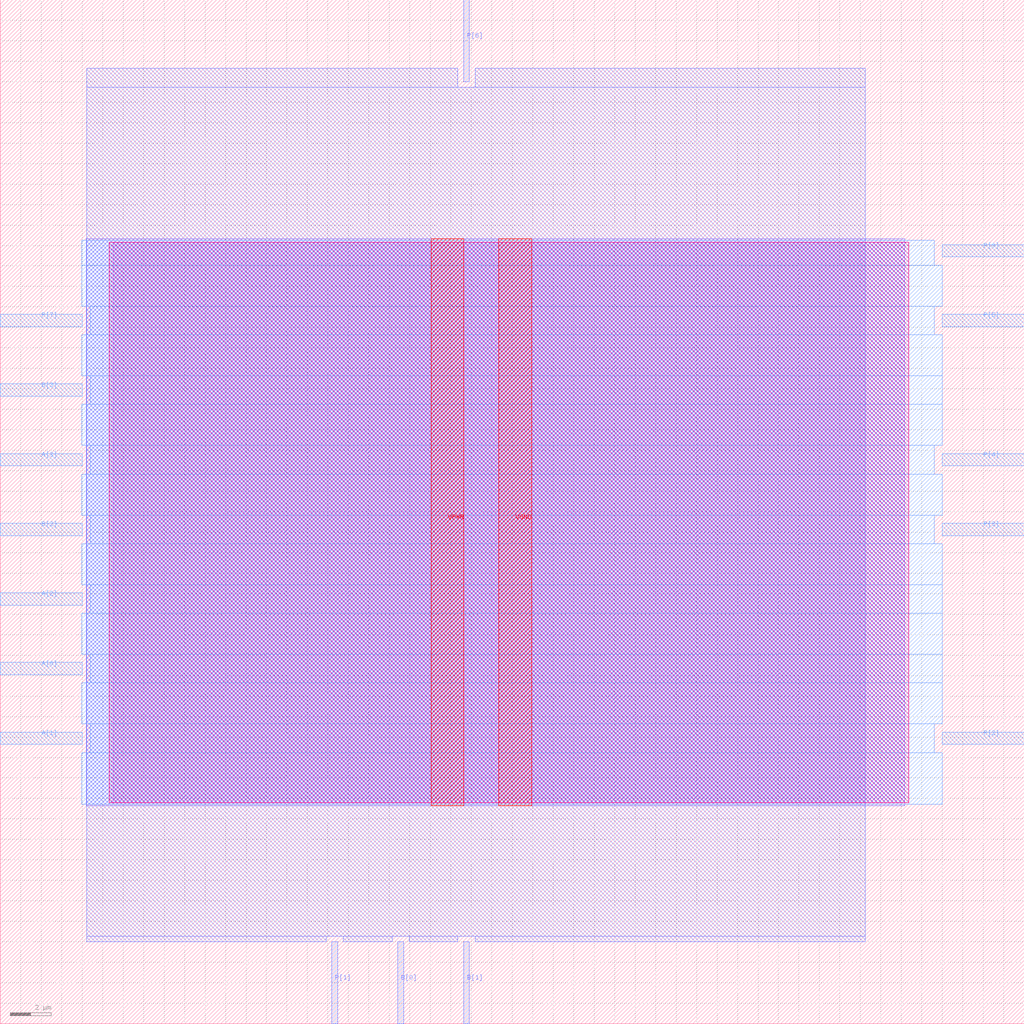
<source format=lef>
VERSION 5.7 ;
  NOWIREEXTENSIONATPIN ON ;
  DIVIDERCHAR "/" ;
  BUSBITCHARS "[]" ;
MACRO mult4_SarsaNStepsRuido_e9_SARSA_RUIDO_e9_SARSA_RUIDO_e9_SarsaNStepsRuido_e9
  CLASS BLOCK ;
  FOREIGN mult4_SarsaNStepsRuido_e9_SARSA_RUIDO_e9_SARSA_RUIDO_e9_SarsaNStepsRuido_e9 ;
  ORIGIN 0.000 0.000 ;
  SIZE 50.000 BY 50.000 ;
  PIN A[0]
    DIRECTION INPUT ;
    USE SIGNAL ;
    ANTENNAGATEAREA 0.126000 ;
    PORT
      LAYER met3 ;
        RECT 0.000 17.040 4.000 17.640 ;
    END
  END A[0]
  PIN A[1]
    DIRECTION INPUT ;
    USE SIGNAL ;
    ANTENNAGATEAREA 0.213000 ;
    PORT
      LAYER met3 ;
        RECT 0.000 13.640 4.000 14.240 ;
    END
  END A[1]
  PIN A[2]
    DIRECTION INPUT ;
    USE SIGNAL ;
    ANTENNAGATEAREA 0.213000 ;
    PORT
      LAYER met3 ;
        RECT 0.000 20.440 4.000 21.040 ;
    END
  END A[2]
  PIN A[3]
    DIRECTION INPUT ;
    USE SIGNAL ;
    ANTENNAGATEAREA 0.126000 ;
    PORT
      LAYER met3 ;
        RECT 0.000 27.240 4.000 27.840 ;
    END
  END A[3]
  PIN B[0]
    DIRECTION INPUT ;
    USE SIGNAL ;
    ANTENNAGATEAREA 0.213000 ;
    PORT
      LAYER met2 ;
        RECT 19.410 0.000 19.690 4.000 ;
    END
  END B[0]
  PIN B[1]
    DIRECTION INPUT ;
    USE SIGNAL ;
    ANTENNAGATEAREA 0.126000 ;
    PORT
      LAYER met2 ;
        RECT 22.630 0.000 22.910 4.000 ;
    END
  END B[1]
  PIN B[2]
    DIRECTION INPUT ;
    USE SIGNAL ;
    ANTENNAGATEAREA 0.126000 ;
    PORT
      LAYER met3 ;
        RECT 0.000 23.840 4.000 24.440 ;
    END
  END B[2]
  PIN B[3]
    DIRECTION INPUT ;
    USE SIGNAL ;
    ANTENNAGATEAREA 0.213000 ;
    PORT
      LAYER met3 ;
        RECT 0.000 30.640 4.000 31.240 ;
    END
  END B[3]
  PIN P[0]
    DIRECTION OUTPUT ;
    USE SIGNAL ;
    PORT
      LAYER met3 ;
        RECT 46.000 37.440 50.000 38.040 ;
    END
  END P[0]
  PIN P[1]
    DIRECTION OUTPUT ;
    USE SIGNAL ;
    ANTENNADIFFAREA 0.445500 ;
    PORT
      LAYER met2 ;
        RECT 16.190 0.000 16.470 4.000 ;
    END
  END P[1]
  PIN P[2]
    DIRECTION OUTPUT ;
    USE SIGNAL ;
    ANTENNADIFFAREA 0.445500 ;
    PORT
      LAYER met3 ;
        RECT 46.000 13.640 50.000 14.240 ;
    END
  END P[2]
  PIN P[3]
    DIRECTION OUTPUT ;
    USE SIGNAL ;
    ANTENNADIFFAREA 0.445500 ;
    PORT
      LAYER met3 ;
        RECT 46.000 23.840 50.000 24.440 ;
    END
  END P[3]
  PIN P[4]
    DIRECTION OUTPUT ;
    USE SIGNAL ;
    ANTENNADIFFAREA 0.445500 ;
    PORT
      LAYER met3 ;
        RECT 46.000 27.240 50.000 27.840 ;
    END
  END P[4]
  PIN P[5]
    DIRECTION OUTPUT ;
    USE SIGNAL ;
    ANTENNADIFFAREA 0.445500 ;
    PORT
      LAYER met3 ;
        RECT 46.000 34.040 50.000 34.640 ;
    END
  END P[5]
  PIN P[6]
    DIRECTION OUTPUT ;
    USE SIGNAL ;
    ANTENNADIFFAREA 0.445500 ;
    PORT
      LAYER met2 ;
        RECT 22.630 46.000 22.910 50.000 ;
    END
  END P[6]
  PIN P[7]
    DIRECTION OUTPUT ;
    USE SIGNAL ;
    ANTENNADIFFAREA 0.445500 ;
    PORT
      LAYER met3 ;
        RECT 0.000 34.040 4.000 34.640 ;
    END
  END P[7]
  PIN VGND
    DIRECTION INOUT ;
    USE GROUND ;
    PORT
      LAYER met4 ;
        RECT 24.340 10.640 25.940 38.320 ;
    END
  END VGND
  PIN VPWR
    DIRECTION INOUT ;
    USE POWER ;
    PORT
      LAYER met4 ;
        RECT 21.040 10.640 22.640 38.320 ;
    END
  END VPWR
  OBS
      LAYER nwell ;
        RECT 5.330 10.795 44.350 38.165 ;
      LAYER li1 ;
        RECT 5.520 10.795 44.160 38.165 ;
      LAYER met1 ;
        RECT 4.210 10.640 44.160 38.320 ;
      LAYER met2 ;
        RECT 4.230 45.720 22.350 46.650 ;
        RECT 23.190 45.720 42.230 46.650 ;
        RECT 4.230 4.280 42.230 45.720 ;
        RECT 4.230 4.000 15.910 4.280 ;
        RECT 16.750 4.000 19.130 4.280 ;
        RECT 19.970 4.000 22.350 4.280 ;
        RECT 23.190 4.000 42.230 4.280 ;
      LAYER met3 ;
        RECT 3.990 37.040 45.600 38.245 ;
        RECT 3.990 35.040 46.000 37.040 ;
        RECT 4.400 33.640 45.600 35.040 ;
        RECT 3.990 31.640 46.000 33.640 ;
        RECT 4.400 30.240 46.000 31.640 ;
        RECT 3.990 28.240 46.000 30.240 ;
        RECT 4.400 26.840 45.600 28.240 ;
        RECT 3.990 24.840 46.000 26.840 ;
        RECT 4.400 23.440 45.600 24.840 ;
        RECT 3.990 21.440 46.000 23.440 ;
        RECT 4.400 20.040 46.000 21.440 ;
        RECT 3.990 18.040 46.000 20.040 ;
        RECT 4.400 16.640 46.000 18.040 ;
        RECT 3.990 14.640 46.000 16.640 ;
        RECT 4.400 13.240 45.600 14.640 ;
        RECT 3.990 10.715 46.000 13.240 ;
  END
END mult4_SarsaNStepsRuido_e9_SARSA_RUIDO_e9_SARSA_RUIDO_e9_SarsaNStepsRuido_e9
END LIBRARY


</source>
